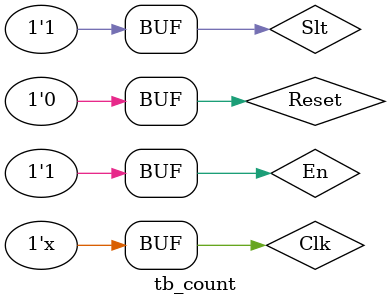
<source format=v>
`timescale 1ns / 1ps


module tb_count;

	// Inputs
	reg Clk;
	reg Slt;
	reg En;
	reg Reset;

	// Outputs
	wire [63:0] Output0;
	wire [63:0] Output1;

	// Instantiate the Unit Under Test (UUT)
	count uut (
		.Clk(Clk), 
		.Slt(Slt), 
		.En(En), 
		.Reset(Reset), 
		.Output0(Output0), 
		.Output1(Output1)
	);
	always #10 Clk = ~Clk;
	initial begin
		// Initialize Inputs
		Clk = 0;
		Slt = 0;
		En = 0;
		Reset = 0;

		// Wait 100 ns for global reset to finish
		#20;
		Reset = 1;
		En = 1;
		#20;
		Reset = 0;
		#20;
		Slt = 0;
		#100;
		Slt = 1;
		#100;
      
		// Add stimulus here

	end
      
endmodule


</source>
